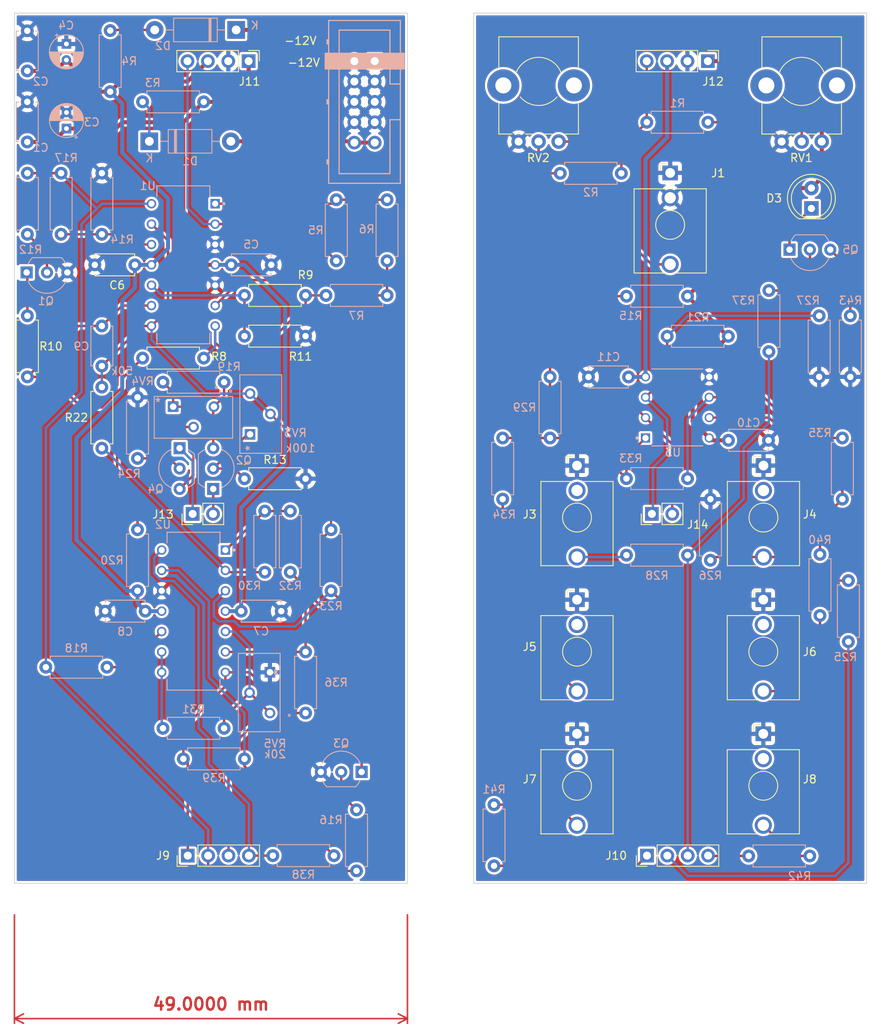
<source format=kicad_pcb>
(kicad_pcb (version 20221018) (generator pcbnew)
  (layers (0 "F.Cu" signal) (31 "B.Cu" power) (34 "B.Paste" user) (35 "F.Paste" user) (36 "B.SilkS" user "B.Silkscreen") (37 "F.SilkS" user "F.Silkscreen") (38 "B.Mask" user) (39 "F.Mask" user) (44 "Edge.Cuts" user))
  (net 0 "")
  (net 1 "GND")
  (net 2 "+12V")
  (net 3 "-12V")
  (net 4 "Net-(C9-Pad1)")
  (net 5 "/D+")
  (net 6 "/12+")
  (net 7 "/12-")
  (net 8 "/D-")
  (net 9 "Net-(D3-Pad1)")
  (net 10 "Net-(J1-PadT)")
  (net 11 "Tri2")
  (net 13 "Sqr2")
  (net 15 "U3_2_1")
  (net 17 "U3_3_1")
  (net 19 "Ramp Up2")
  (net 21 "Ramp Down1")
  (net 23 "Net-(Q1-Pad1)")
  (net 24 "Net-(Q1-Pad2)")
  (net 25 "U3_2_2")
  (net 26 "Net-(Q2-Pad2)")
  (net 27 "Net-(Q2-Pad3)")
  (net 28 "Net-(Q3-Pad1)")
  (net 29 "Net-(Q3-Pad2)")
  (net 30 "U3_3_2")
  (net 31 "Net-(Q4-Pad2)")
  (net 32 "Net-(Q4-Pad3)")
  (net 33 "Net-(Q5-Pad2)")
  (net 34 "Net-(Q5-Pad3)")
  (net 35 "Net-(R1-Pad1)")
  (net 36 "Net-(R5-Pad2)")
  (net 37 "Net-(R6-Pad2)")
  (net 38 "Net-(R7-Pad2)")
  (net 39 "Net-(R11-Pad2)")
  (net 40 "Net-(R14-Pad2)")
  (net 41 "Net-(R18-Pad1)")
  (net 42 "Net-(R20-Pad1)")
  (net 43 "Net-(R22-Pad1)")
  (net 44 "Net-(R30-Pad1)")
  (net 45 "Net-(R31-Pad1)")
  (net 46 "Net-(R31-Pad2)")
  (net 47 "Net-(R32-Pad1)")
  (net 48 "Net-(R33-Pad2)")
  (net 49 "Net-(R38-Pad2)")
  (net 50 "Tri1")
  (net 51 "Sqr1")
  (net 52 "Ramp Up1")
  (net 53 "+12VA")
  (net 54 "-12VA")
  (net 55 "/CV_Scale")
  (net 56 "Net-(J8-PadT)")
  (net 57 "Ramp Down2")
  (net 58 "Net-(J7-PadT)")
  (net 59 "Net-(J3-PadT)")
  (net 60 "Net-(J4-PadT)")
  (net 61 "Net-(J5-PadT)")
  (net 62 "Net-(J6-PadT)")
  (net 63 "RV2_1")
  (net 64 "RV2_2")
  (net 65 "Net-(R29-Pad2)")
  (net 66 "Net-(R35-Pad2)")
  (footprint "Capacitor_THT:C_Disc_D4.7mm_W2.5mm_P5.00mm" (layer "F.Cu") (at 187 71.12 180)
    (fp_text reference "C6")
    (fp_text value "0.1u")
  )
  (footprint "Connector_Audio:Jack_3.5mm_QingPu_WQP-PJ398SM_Vertical_CircularHoles" (layer "F.Cu") (at 265.369 96.15)
    (fp_text reference "J4")
    (fp_text value "SQR")
  )
  (footprint "Connector_Audio:Jack_3.5mm_QingPu_WQP-PJ398SM_Vertical_CircularHoles" (layer "F.Cu") (at 253.735 59.66)
    (fp_text reference "J1")
    (fp_text value "CV IN")
  )
  (footprint "Resistor_THT:R_Axial_DIN0207_L6.3mm_D2.5mm_P7.62mm_Horizontal" (layer "F.Cu") (at 195.58 82.75 180)
    (fp_text reference "R8")
    (fp_text value "100k")
  )
  (footprint "Custom_Footprints:Alpha_9mm_Potentiometer_Aligned" (layer "F.Cu") (at 237.335 48.25)
    (fp_text reference "RV2")
    (fp_text value "100K")
  )
  (footprint "Connector_PinHeader_2.54mm:PinHeader_1x02_P2.54mm_Vertical" (layer "F.Cu") (at 194.2 102.175 90)
    (fp_text reference "J13")
    (fp_text value "Conn_01x02")
  )
  (footprint "Connector_PinHeader_2.54mm:PinHeader_1x04_P2.54mm_Vertical" (layer "F.Cu") (at 201.18 45.72 -90)
    (fp_text reference "J11")
    (fp_text value "Conn_01x04")
  )
  (footprint "Resistor_THT:R_Axial_DIN0207_L6.3mm_D2.5mm_P7.62mm_Horizontal" (layer "F.Cu") (at 182.88 93.98 90)
    (fp_text reference "R22")
    (fp_text value "100k")
  )
  (footprint "Connector_Audio:Jack_3.5mm_QingPu_WQP-PJ398SM_Vertical_CircularHoles" (layer "F.Cu") (at 242.121 112.87)
    (fp_text reference "J5")
    (fp_text value "SINE")
  )
  (footprint "Connector_Audio:Jack_3.5mm_QingPu_WQP-PJ398SM_Vertical_CircularHoles" (layer "F.Cu") (at 265.349 129.59)
    (fp_text reference "J8")
    (fp_text value "RAMP DOWN")
  )
  (footprint "Connector_Audio:Jack_3.5mm_QingPu_WQP-PJ398SM_Vertical_CircularHoles" (layer "F.Cu") (at 242.121 129.59)
    (fp_text reference "J7")
    (fp_text value "RAMP UP")
  )
  (footprint "Connector_PinHeader_2.54mm:PinHeader_1x02_P2.54mm_Vertical" (layer "F.Cu") (at 251.455 102.175 90)
    (fp_text reference "J14")
    (fp_text value "Conn_01x02")
  )
  (footprint "Resistor_THT:R_Axial_DIN0207_L6.3mm_D2.5mm_P7.62mm_Horizontal" (layer "F.Cu") (at 200.66 97.79)
    (fp_text reference "R13")
    (fp_text value "470")
  )
  (footprint "Custom_Footprints:Alpha_9mm_Potentiometer_Aligned" (layer "F.Cu") (at 270.135 48.25)
    (fp_text reference "RV1")
    (fp_text value "100K")
  )
  (footprint "Connector_Audio:Jack_3.5mm_QingPu_WQP-PJ398SM_Vertical_CircularHoles" (layer "F.Cu") (at 265.349 112.87)
    (fp_text reference "J6")
    (fp_text value "COSINE")
  )
  (footprint "Connector_PinHeader_2.54mm:PinHeader_1x04_P2.54mm_Vertical" (layer "F.Cu") (at 258.435 45.72 -90)
    (fp_text reference "J12")
    (fp_text value "Conn_01x04")
  )
  (footprint "Connector_PinHeader_2.54mm:PinHeader_1x04_P2.54mm_Vertical" (layer "F.Cu") (at 193.59 144.78 90)
    (fp_text reference "J9")
    (fp_text value "Conn_01x04")
  )
  (footprint "Resistor_THT:R_Axial_DIN0207_L6.3mm_D2.5mm_P7.62mm_Horizontal" (layer "F.Cu") (at 173.595 77.47 -90)
    (fp_text reference "R10")
    (fp_text value "47k")
  )
  (footprint "Resistor_THT:R_Axial_DIN0207_L6.3mm_D2.5mm_P7.62mm_Horizontal" (layer "F.Cu") (at 208.28 80.01 180)
    (fp_text reference "R11")
    (fp_text value "47k")
  )
  (footprint "Connector_PinHeader_2.54mm:PinHeader_1x04_P2.54mm_Vertical" (layer "F.Cu") (at 250.845 144.78 90)
    (fp_text reference "J10")
    (fp_text value "Conn_01x04")
  )
  (footprint "Connector_Audio:Jack_3.5mm_QingPu_WQP-PJ398SM_Vertical_CircularHoles" (layer "F.Cu") (at 242.121 96.15)
    (fp_text reference "J3")
    (fp_text value "TRI")
  )
  (footprint "Resistor_THT:R_Axial_DIN0207_L6.3mm_D2.5mm_P7.62mm_Horizontal" (layer "F.Cu") (at 208.28 74.93 180)
    (fp_text reference "R9")
    (fp_text value "47k")
  )
  (footprint "LED_THT:LED_D5.0mm" (layer "F.Cu") (at 271.344666 64.090016 90)
    (fp_text reference "D3")
    (fp_text value "LED")
  )
  (footprint "Resistor_THT:R_Axial_DIN0207_L6.3mm_D2.5mm_P7.62mm_Horizontal" (layer "B.Cu") (at 255.905 75.03 180)
    (fp_text reference "R15")
    (fp_text value "10k")
  )
  (footprint "Capacitor_THT:C_Disc_D4.7mm_W2.5mm_P5.00mm" (layer "B.Cu") (at 173.58 50.8 -90)
    (fp_text reference "C1")
    (fp_text value "0.1u")
  )
  (footprint "Resistor_THT:R_Axial_DIN0207_L6.3mm_D2.5mm_P7.62mm_Horizontal" (layer "B.Cu") (at 198.12 128.905 180)
    (fp_text reference "R31")
    (fp_text value "50k")
  )
  (footprint "Capacitor_THT:CP_Radial_D4.0mm_P2.00mm" (layer "B.Cu") (at 178.4675 54.127662 90)
    (fp_text reference "C3")
    (fp_text value "47u")
  )
  (footprint "Custom_Footprints:Eurorack_10_pin_header" (layer "B.Cu") (at 216.9 45.72 -90)
    (fp_text reference "J2" hide)
    (fp_text value "Eurorack 10 DIP Header")
  )
  (footprint "TL072CPE4:DIP794W45P254L959H508Q8" (layer "B.Cu") (at 254.635 88.9)
    (fp_text reference "U3")
    (fp_text value "TL072CP")
  )
  (footprint "Custom_Footprints:3296Y-1-502LF" (layer "B.Cu") (at 191.77 88.8)
    (fp_text reference "RV4")
    (fp_text value "50k")
  )
  (footprint "Capacitor_THT:C_Disc_D4.7mm_W2.5mm_P5.00mm" (layer "B.Cu") (at 200.25 114.3)
    (fp_text reference "C7")
    (fp_text value "0.1u")
  )
  (footprint "Resistor_THT:R_Axial_DIN0207_L6.3mm_D2.5mm_P7.62mm_Horizontal" (layer "B.Cu") (at 204.2 144.78)
    (fp_text reference "R38")
    (fp_text value "10k")
  )
  (footprint "Package_TO_SOT_THT:TO-92_Inline_Wide" (layer "B.Cu") (at 268.61898 69.227196)
    (fp_text reference "Q5")
    (fp_text value "BC550")
  )
  (footprint "TL074CN:DIP794W45P254L1969H508Q14" (layer "B.Cu") (at 193.04 71.12 180)
    (fp_text reference "U1")
    (fp_text value "TL074CN")
  )
  (footprint "TL074CN:DIP794W45P254L1969H508Q14" (layer "B.Cu") (at 194.31 114.3 180)
    (fp_text reference "U2")
    (fp_text value "TL074CN")
  )
  (footprint "Resistor_THT:R_Axial_DIN0207_L6.3mm_D2.5mm_P7.62mm_Horizontal" (layer "B.Cu") (at 218.44 63 -90)
    (fp_text reference "R6")
    (fp_text value "100k")
  )
  (footprint "Resistor_THT:R_Axial_DIN0207_L6.3mm_D2.5mm_P7.62mm_Horizontal" (layer "B.Cu") (at 276.195 77.47 -90)
    (fp_text reference "R43")
    (fp_text value "560")
  )
  (footprint "Resistor_THT:R_Axial_DIN0207_L6.3mm_D2.5mm_P7.62mm_Horizontal" (layer "B.Cu") (at 193.04 132.715)
    (fp_text reference "R39")
    (fp_text value "10k")
  )
  (footprint "Resistor_THT:R_Axial_DIN0207_L6.3mm_D2.5mm_P7.62mm_Horizontal" (layer "B.Cu") (at 248.285 107.315)
    (fp_text reference "R28")
    (fp_text value "1k")
  )
  (footprint "Resistor_THT:R_Axial_DIN0207_L6.3mm_D2.5mm_P7.62mm_Horizontal" (layer "B.Cu") (at 173.595 59.69 -90)
    (fp_text reference "R12")
    (fp_text value "10k")
  )
  (footprint "Resistor_THT:R_Axial_DIN0207_L6.3mm_D2.5mm_P7.62mm_Horizontal" (layer "B.Cu") (at 258.445 53.34 180)
    (fp_text reference "R1")
    (fp_text value "100k")
  )
  (footprint "Package_TO_SOT_THT:TO-92_Inline_Wide" (layer "B.Cu") (at 215.265 134.345 180)
    (fp_text reference "Q3")
    (fp_text value "BC550")
  )
  (footprint "Resistor_THT:R_Axial_DIN0207_L6.3mm_D2.5mm_P7.62mm_Horizontal" (layer "B.Cu") (at 240.03 59.71)
    (fp_text reference "R2")
    (fp_text value "100k")
  )
  (footprint "Resistor_THT:R_Axial_DIN0207_L6.3mm_D2.5mm_P7.62mm_Horizontal" (layer "B.Cu") (at 218.44 74.93 180)
    (fp_text reference "R7")
    (fp_text value "100k")
  )
  (footprint "Resistor_THT:R_Axial_DIN0207_L6.3mm_D2.5mm_P7.62mm_Horizontal" (layer "B.Cu") (at 211.455 111.76 90)
    (fp_text reference "R23")
    (fp_text value "100k")
  )
  (footprint "Resistor_THT:R_Axial_DIN0207_L6.3mm_D2.5mm_P7.62mm_Horizontal" (layer "B.Cu") (at 272.315 77.47 -90)
    (fp_text reference "R27")
    (fp_text value "33k")
  )
  (footprint "Resistor_THT:R_Axial_DIN0207_L6.3mm_D2.5mm_P7.62mm_Horizontal" (layer "B.Cu") (at 187.325 104.14 -90)
    (fp_text reference "R20")
    (fp_text value "68k")
  )
  (footprint "Resistor_THT:R_Axial_DIN0207_L6.3mm_D2.5mm_P7.62mm_Horizontal" (layer "B.Cu") (at 187.325 95.25 90)
    (fp_text reference "R24")
    (fp_text value "470")
  )
  (footprint "Custom_Footprints:3296Y-1-502LF" (layer "B.Cu") (at 201.3585 92.2528 90)
    (fp_text reference "RV3")
    (fp_text value "100k")
  )
  (footprint "Package_TO_SOT_THT:TO-92_Inline_Wide" (layer "B.Cu") (at 196.765 99.06 90)
    (fp_text reference "Q2")
    (fp_text value "BC550")
  )
  (footprint "Capacitor_THT:CP_Radial_D4.0mm_P2.00mm" (layer "B.Cu") (at 178.4575 43.579213 -90)
    (fp_text reference "C4")
    (fp_text value "47u")
  )
  (footprint "Resistor_THT:R_Axial_DIN0207_L6.3mm_D2.5mm_P7.62mm_Horizontal" (layer "B.Cu") (at 182.88 59.69 -90)
    (fp_text reference "R14")
    (fp_text value "47k")
  )
  (footprint "Capacitor_THT:C_Disc_D4.7mm_W2.5mm_P5.00mm" (layer "B.Cu") (at 248.55 85.1 180)
    (fp_text reference "C11")
    (fp_text value "0.1u")
  )
  (footprint "Capacitor_THT:C_Disc_D4.7mm_W2.5mm_P5.00mm" (layer "B.Cu") (at 182.88 78.74 -90)
    (fp_text reference "C9")
    (fp_text value "0.1u")
  )
  (footprint "Capacitor_THT:C_Disc_D4.7mm_W2.5mm_P5.00mm" (layer "B.Cu") (at 199 71.12)
    (fp_text reference "C5")
    (fp_text value "0.1u")
  )
  (footprint "Resistor_THT:R_Axial_DIN0207_L6.3mm_D2.5mm_P7.62mm_Horizontal" (layer "B.Cu") (at 183.515 121.285 180)
    (fp_text reference "R18")
    (fp_text value "100k")
  )
  (footprint "Package_TO_SOT_THT:TO-92_Inline_Wide" (layer "B.Cu") (at 173.5 72.069055)
    (fp_text reference "Q1")
    (fp_text value "BC550")
  )
  (footprint "Resistor_THT:R_Axial_DIN0207_L6.3mm_D2.5mm_P7.62mm_Horizontal" (layer "B.Cu") (at 232.855 100.33 90)
    (fp_text reference "R34")
    (fp_text value "1k")
  )
  (footprint "Custom_Footprints:3296Y-1-502LF" (layer "B.Cu") (at 203.835 121.92 -90)
    (fp_text reference "RV5")
    (fp_text value "20k")
  )
  (footprint "Resistor_THT:R_Axial_DIN0207_L6.3mm_D2.5mm_P7.62mm_Horizontal" (layer "B.Cu") (at 190.5 85.75)
    (fp_text reference "R19")
    (fp_text value "220")
  )
  (footprint "Resistor_THT:R_Axial_DIN0207_L6.3mm_D2.5mm_P7.62mm_Horizontal" (layer "B.Cu") (at 238.76 85.09 -90)
    (fp_text reference "R29")
    (fp_text value "33k")
  )
  (footprint "Capacitor_THT:C_Disc_D4.7mm_W2.5mm_P5.00mm" (layer "B.Cu") (at 261 93)
    (fp_text reference "C10")
    (fp_text value "0.1u")
  )
  (footprint "Resistor_THT:R_Axial_DIN0207_L6.3mm_D2.5mm_P7.62mm_Horizontal" (layer "B.Cu") (at 260.985 80.03 180)
    (fp_text reference "R21")
    (fp_text value "10k")
  )
  (footprint "Capacitor_THT:C_Disc_D4.7mm_W2.5mm_P5.00mm" (layer "B.Cu") (at 173.58 46.94 90)
    (fp_text reference "C2")
    (fp_text value "0.1u")
  )
  (footprint "Resistor_THT:R_Axial_DIN0207_L6.3mm_D2.5mm_P7.62mm_Horizontal" (layer "B.Cu") (at 195.58 50.8 180)
    (fp_text reference "R3")
    (fp_text value "10")
  )
  (footprint "Resistor_THT:R_Axial_DIN0207_L6.3mm_D2.5mm_P7.62mm_Horizontal" (layer "B.Cu") (at 212.11 70.62 90)
    (fp_text reference "R5")
    (fp_text value "100k")
  )
  (footprint "Package_TO_SOT_THT:TO-92_Inline_Wide" (layer "B.Cu") (at 192.575 93.98 -90)
    (fp_text reference "Q4")
    (fp_text value "BC550")
  )
  (footprint "Resistor_THT:R_Axial_DIN0207_L6.3mm_D2.5mm_P7.62mm_Horizontal" (layer "B.Cu") (at 183.92 49.53 90)
    (fp_text reference "R4")
    (fp_text value "10")
  )
  (footprint "Resistor_THT:R_Axial_DIN0207_L6.3mm_D2.5mm_P7.62mm_Horizontal" (layer "B.Cu") (at 231.775 138.43 -90)
    (fp_text reference "R41")
    (fp_text value "1k")
  )
  (footprint "Diode_THT:D_DO-41_SOD81_P10.16mm_Horizontal" (layer "B.Cu") (at 199.6275 41.83 180)
    (fp_text reference "D2")
    (fp_text value "1N5819")
  )
  (footprint "Resistor_THT:R_Axial_DIN0207_L6.3mm_D2.5mm_P7.62mm_Horizontal" (layer "B.Cu") (at 208.28 127 90)
    (fp_text reference "R36")
    (fp_text value "10k")
  )
  (footprint "Diode_THT:D_DO-41_SOD81_P10.16mm_Horizontal" (layer "B.Cu") (at 188.8 55.72)
    (fp_text reference "D1")
    (fp_text value "1N5819")
  )
  (footprint "Resistor_THT:R_Axial_DIN0207_L6.3mm_D2.5mm_P7.62mm_Horizontal" (layer "B.Cu") (at 258.755 107.95 90)
    (fp_text reference "R26")
    (fp_text value "100k")
  )
  (footprint "Resistor_THT:R_Axial_DIN0207_L6.3mm_D2.5mm_P7.62mm_Horizontal" (layer "B.Cu") (at 266.045 74.32 -90)
    (fp_text reference "R37")
    (fp_text value "10k")
  )
  (footprint "Resistor_THT:R_Axial_DIN0207_L6.3mm_D2.5mm_P7.62mm_Horizontal" (layer "B.Cu") (at 214.63 139.065 -90)
    (fp_text reference "R16")
    (fp_text value "10k")
  )
  (footprint "Resistor_THT:R_Axial_DIN0207_L6.3mm_D2.5mm_P7.62mm_Horizontal" (layer "B.Cu") (at 272.415 114.84 90)
    (fp_text reference "R40")
    (fp_text value "1k")
  )
  (footprint "Resistor_THT:R_Axial_DIN0207_L6.3mm_D2.5mm_P7.62mm_Horizontal" (layer "B.Cu") (at 275.955 110.49 -90)
    (fp_text reference "R25")
    (fp_text value "100k")
  )
  (footprint "Resistor_THT:R_Axial_DIN0207_L6.3mm_D2.5mm_P7.62mm_Horizontal" (layer "B.Cu") (at 271.145 144.82 180)
    (fp_text reference "R42")
    (fp_text value "1k")
  )
  (footprint "Resistor_THT:R_Axial_DIN0207_L6.3mm_D2.5mm_P7.62mm_Horizontal" (layer "B.Cu") (at 203.2 101.82 -90)
    (fp_text reference "R30")
    (fp_text value "100k")
  )
  (footprint "Capacitor_THT:C_Disc_D4.7mm_W2.5mm_P5.00mm" (layer "B.Cu") (at 188.295 114.3 180)
    (fp_text reference "C8")
    (fp_text value "0.1u")
  )
  (footprint "Resistor_THT:R_Axial_DIN0207_L6.3mm_D2.5mm_P7.62mm_Horizontal" (layer "B.Cu") (at 275.205 92.71 -90)
    (fp_text reference "R35")
    (fp_text value "10k")
  )
  (footprint "Resistor_THT:R_Axial_DIN0207_L6.3mm_D2.5mm_P7.62mm_Horizontal" (layer "B.Cu") (at 177.8 59.69 -90)
    (fp_text reference "R17")
    (fp_text value "47k")
  )
  (footprint "Resistor_THT:R_Axial_DIN0207_L6.3mm_D2.5mm_P7.62mm_Horizontal" (layer "B.Cu") (at 248.285 97.77)
    (fp_text reference "R33")
    (fp_text value "10k")
  )
  (footprint "Resistor_THT:R_Axial_DIN0207_L6.3mm_D2.5mm_P7.62mm_Horizontal" (layer "B.Cu") (at 206.375 109.44 90)
    (fp_text reference "R32")
    (fp_text value "20k")
  )
  (gr_line (start 278.235 148.23) (end 278.235 39.73) (stroke (width 0.1)) (layer "Edge.Cuts"))
  (gr_line (start 171.98 148.23) (end 220.98 148.23) (stroke (width 0.1)) (layer "Edge.Cuts"))
  (gr_line (start 220.98 148.23) (end 220.98 39.73) (stroke (width 0.1)) (layer "Edge.Cuts"))
  (gr_line (start 171.98 148.23) (end 171.98 39.73) (stroke (width 0.1)) (layer "Edge.Cuts"))
  (gr_line (start 171.98 39.73) (end 220.98 39.73) (stroke (width 0.1)) (layer "Edge.Cuts"))
  (gr_line (start 229.235 148.23) (end 278.235 148.23) (stroke (width 0.1)) (layer "Edge.Cuts"))
  (gr_line (start 229.235 148.23) (end 229.235 39.73) (stroke (width 0.1)) (layer "Edge.Cuts"))
  (gr_line (start 229.235 39.73) (end 278.235 39.73) (stroke (width 0.1)) (layer "Edge.Cuts"))
  (gr_text "-12V" (at 208.06 45.9) (layer "F.SilkS") (effects (font (size 1 1))))
  (dimension (type aligned) (layer "F.Cu") (pts (xy 171.98 151.666) (xy 220.98 151.666)) (height 13.434) (gr_text "49.0000 mm" (at 196.48 163.3) (layer "F.Cu") (effects (font (size 1.5 1.5) (thickness 0.3)))) (format (prefix "") (suffix "") (units 3) (units_format 1) (precision 4)) (style (thickness 0.2) (arrow_length 1.27) (text_position_mode 0) (extension_height 0.58642) (extension_offset 0.5) keep_text_aligned))
  (segment (start 193.04 68.58) (end 195.58 71.12) (width 0.5) (layer "F.Cu") (net 2))
  (segment (start 195.58 71.12) (end 197.01 71.12) (width 0.5) (layer "F.Cu") (net 2))
  (segment (start 178.4675 54.127662) (end 184.632338 54.127662) (width 0.5) (layer "F.Cu") (net 2))
  (segment (start 193.04 53.34) (end 195.58 50.8) (width 0.5) (layer "F.Cu") (net 2))
  (segment (start 193.04 53.34) (end 193.04 68.58) (width 0.5) (layer "F.Cu") (net 2))
  (segment (start 198.12 50.8) (end 195.58 50.8) (width 0.5) (layer "F.Cu") (net 2))
  (segment (start 185.42 53.34) (end 193.04 53.34) (width 0.5) (layer "F.Cu") (net 2))
  (segment (start 201.18 45.72) (end 201.18 47.74) (width 0.5) (layer "F.Cu") (net 2))
  (segment (start 184.632338 54.127662) (end 185.42 53.34) (width 0.5) (layer "F.Cu") (net 2))
  (segment (start 176.795162 55.8) (end 178.4675 54.127662) (width 0.5) (layer "F.Cu") (net 2))
  (segment (start 173.58 55.8) (end 176.795162 55.8) (width 0.5) (layer "F.Cu") (net 2))
  (segment (start 201.18 47.74) (end 198.12 50.8) (width 0.5) (layer "F.Cu") (net 2))
  (segment (start 200.25 101.375) (end 200.25 114.3) (width 0.5) (layer "B.Cu") (net 2))
  (segment (start 197.01 71.12) (end 199 71.12) (width 0.5) (layer "B.Cu") (net 2))
  (segment (start 199 71.12) (end 200.66 71.12) (width 0.5) (layer "B.Cu") (net 2))
  (segment (start 198.28 114.3) (end 200.25 114.3) (width 0.5) (layer "B.Cu") (net 2))
  (segment (start 200.66 71.12) (end 205.74 76.2) (width 0.5) (layer "B.Cu") (net 2))
  (segment (start 205.74 76.2) (end 205.74 95.885) (width 0.5) (layer "B.Cu") (net 2))
  (segment (start 205.74 95.885) (end 200.25 101.375) (width 0.5) (layer "B.Cu") (net 2))
  (segment (start 185.19 48.26) (end 193.56 48.26) (width 0.5) (layer "F.Cu") (net 3))
  (segment (start 182.408287 49.53) (end 183.92 49.53) (width 0.5) (layer "F.Cu") (net 3))
  (segment (start 193.56 48.26) (end 196.1 45.72) (width 0.5) (layer "F.Cu") (net 3))
  (segment (start 173.58 46.94) (end 177.096713 46.94) (width 0.5) (layer "F.Cu") (net 3))
  (segment (start 183.92 49.53) (end 185.19 48.26) (width 0.5) (layer "F.Cu") (net 3))
  (segment (start 177.096713 46.94) (end 178.4575 45.579213) (width 0.5) (layer "F.Cu") (net 3))
  (segment (start 178.4575 45.579213) (end 182.408287 49.53) (width 0.5) (layer "F.Cu") (net 3))
  (segment (start 187 71.12) (end 189.07 71.12) (width 0.5) (layer "B.Cu") (net 3))
  (segment (start 179.705 105.41) (end 179.705 92.71) (width 0.5) (layer "B.Cu") (net 3))
  (segment (start 191.135 69.055) (end 189.07 71.12) (width 0.5) (layer "B.Cu") (net 3))
  (segment (start 191.135 62.865) (end 191.135 69.055) (width 0.5) (layer "B.Cu") (net 3))
  (segment (start 187.325 111.76) (end 186.055 111.76) (width 0.5) (layer "B.Cu") (net 3))
  (segment (start 185.42 86.995) (end 185.42 75.565) (width 0.5) (layer "B.Cu") (net 3))
  (segment (start 179.705 92.71) (end 185.42 86.995) (width 0.5) (layer "B.Cu") (net 3))
  (segment (start 190.34 114.3) (end 188.295 114.3) (width 0.5) (layer "B.Cu") (net 3))
  (segment (start 186.055 111.76) (end 179.705 105.41) (width 0.5) (layer "B.Cu") (net 3))
  (segment (start 183.92 49.53) (end 185.42 51.03) (width 0.5) (layer "B.Cu") (net 3))
  (segment (start 187 73.985) (end 187 71.12) (width 0.5) (layer "B.Cu") (net 3))
  (segment (start 185.42 75.565) (end 187 73.985) (width 0.5) (layer "B.Cu") (net 3))
  (segment (start 185.42 51.03) (end 185.42 57.15) (width 0.5) (layer "B.Cu") (net 3))
  (segment (start 187.325 111.76) (end 187.325 113.33) (width 0.5) (layer "B.Cu") (net 3))
  (segment (start 185.42 57.15) (end 191.135 62.865) (width 0.5) (layer "B.Cu") (net 3))
  (segment (start 187.325 113.33) (end 188.295 114.3) (width 0.5) (layer "B.Cu") (net 3))
  (segment (start 180.34 88.9) (end 176.53 85.09) (width 0.3) (layer "F.Cu") (net 4))
  (segment (start 179.945 78.74) (end 173.595 85.09) (width 0.3) (layer "F.Cu") (net 4))
  (segment (start 185.42 86.36) (end 182.88 88.9) (width 0.3) (layer "F.Cu") (net 4))
  (segment (start 189.07 76.2) (end 185.42 76.2) (width 0.3) (layer "F.Cu") (net 4))
  (segment (start 185.42 85.29) (end 185.42 86.36) (width 0.3) (layer "F.Cu") (net 4))
  (segment (start 185.42 76.2) (end 182.88 78.74) (width 0.3) (layer "F.Cu") (net 4))
  (segment (start 182.88 78.74) (end 179.945 78.74) (width 0.3) (layer "F.Cu") (net 4))
  (segment (start 182.88 88.9) (end 180.34 88.9) (width 0.3) (layer "F.Cu") (net 4))
  (segment (start 176.53 85.09) (end 173.595 85.09) (width 0.3) (layer "F.Cu") (net 4))
  (segment (start 187.96 82.75) (end 185.42 85.29) (width 0.3) (layer "F.Cu") (net 4))
  (segment (start 188.8 55.72) (end 188.8 51.64) (width 0.3) (layer "B.Cu") (net 5))
  (segment (start 188.8 51.64) (end 187.96 50.8) (width 0.3) (layer "B.Cu") (net 5))
  (segment (start 198.96 55.72) (end 214.2 55.72) (width 0.5) (layer "F.Cu") (net 6))
  (segment (start 214.36 55.88) (end 216.9 55.88) (width 0.5) (layer "F.Cu") (net 6))
  (segment (start 214.2 55.72) (end 214.36 55.88) (width 0.5) (layer "F.Cu") (net 6))
  (segment (start 216.9 45.72) (end 214.36 45.72) (width 0.5) (layer "F.Cu") (net 7))
  (segment (start 199.6275 41.83) (end 210.47 41.83) (width 0.5) (layer "F.Cu") (net 7))
  (segment (start 210.47 41.83) (end 214.36 45.72) (width 0.5) (layer "F.Cu") (net 7))
  (segment (start 184 41.83) (end 183.92 41.91) (width 0.3) (layer "F.Cu") (net 8))
  (segment (start 189.4675 41.83) (end 184 41.83) (width 0.3) (layer "F.Cu") (net 8))
  (segment (start 268.61898 69.227196) (end 268.61898 66.815702) (width 0.3) (layer "F.Cu") (net 9))
  (segment (start 268.61898 66.815702) (end 271.344666 64.090016) (width 0.3) (layer "F.Cu") (net 9))
  (segment (start 254.635 71.06) (end 251.4 71.06) (width 0.3) (layer "F.Cu") (net 10))
  (segment (start 251.4 71.06) (end 243.84 63.5) (width 0.3) (layer "F.Cu") (net 10))
  (segment (start 243.84 63.5) (end 243.84 58.42) (width 0.3) (layer "F.Cu") (net 10))
  (segment (start 241.17 55.75) (end 239.835 55.75) (width 0.3) (layer "F.Cu") (net 10))
  (segment (start 243.84 58.42) (end 241.17 55.75) (width 0.3) (layer "F.Cu") (net 10))
  (segment (start 255.925 144.78) (end 255.925 107.335) (width 0.3) (layer "B.Cu") (net 11))
  (segment (start 262.89 93.98) (end 266.045 90.825) (width 0.3) (layer "B.Cu") (net 11))
  (segment (start 255.905 107.315) (end 262.89 100.33) (width 0.3) (layer "B.Cu") (net 11))
  (segment (start 255.925 107.335) (end 255.905 107.315) (width 0.3) (layer "B.Cu") (net 11))
  (segment (start 266.045 90.825) (end 266.045 81.94) (width 0.3) (layer "B.Cu") (net 11))
  (segment (start 262.89 100.33) (end 262.89 93.98) (width 0.3) (layer "B.Cu") (net 11))
  (segment (start 275.955 118.11) (end 275.955 145.685) (width 0.3) (layer "B.Cu") (net 13))
  (segment (start 274.32 147.32) (end 255.925 147.32) (width 0.3) (layer "B.Cu") (net 13))
  (segment (start 275.955 145.685) (end 274.32 147.32) (width 0.3) (layer "B.Cu") (net 13))
  (segment (start 255.925 147.32) (end 253.385 144.78) (width 0.3) (layer "B.Cu") (net 13))
  (segment (start 196.765 99.06) (end 196.765 102.15) (width 0.3) (layer "F.Cu") (net 15))
  (segment (start 196.765 102.15) (end 196.74 102.175) (width 0.3) (layer "F.Cu") (net 15))
  (segment (start 192.575 93.98) (end 194.2 95.605) (width 0.3) (layer "B.Cu") (net 17))
  (segment (start 194.2 95.605) (end 194.2 102.175) (width 0.3) (layer "B.Cu") (net 17))
  (segment (start 231.775 146.05) (end 249.575 146.05) (width 0.3) (layer "F.Cu") (net 19))
  (segment (start 249.575 146.05) (end 250.845 144.78) (width 0.3) (layer "F.Cu") (net 19))
  (segment (start 204.2 144.78) (end 201.21 144.78) (width 0.3) (layer "F.Cu") (net 21))
  (segment (start 201.21 138.345) (end 196.215 133.35) (width 0.3) (layer "B.Cu") (net 21))
  (segment (start 190.323763 110.526053) (end 189.405 109.60729) (width 0.3) (layer "B.Cu") (net 21))
  (segment (start 196.215 130.175) (end 194.945 128.905) (width 0.3) (layer "B.Cu") (net 21))
  (segment (start 189.405 107.615) (end 190.34 106.68) (width 0.3) (layer "B.Cu") (net 21))
  (segment (start 201.21 144.78) (end 201.21 138.345) (width 0.3) (layer "B.Cu") (net 21))
  (segment (start 191.806053 110.526053) (end 190.323763 110.526053) (width 0.3) (layer "B.Cu") (net 21))
  (segment (start 189.405 109.60729) (end 189.405 107.615) (width 0.3) (layer "B.Cu") (net 21))
  (segment (start 196.215 133.35) (end 196.215 130.175) (width 0.3) (layer "B.Cu") (net 21))
  (segment (start 194.945 113.665) (end 191.806053 110.526053) (width 0.3) (layer "B.Cu") (net 21))
  (segment (start 194.945 128.905) (end 194.945 113.665) (width 0.3) (layer "B.Cu") (net 21))
  (segment (start 173.595 77.47) (end 173.595 72.164055) (width 0.3) (layer "F.Cu") (net 23))
  (segment (start 173.595 72.164055) (end 173.5 72.069055) (width 0.3) (layer "F.Cu") (net 23))
  (segment (start 176.04 69.755) (end 173.595 67.31) (width 0.3) (layer "F.Cu") (net 24))
  (segment (start 176.04 72.069055) (end 176.04 69.755) (width 0.3) (layer "F.Cu") (net 24))
  (segment (start 253.995 102.175) (end 253.995 93.5) (width 0.3) (layer "F.Cu") (net 25))
  (segment (start 253.995 93.5) (end 250.665 90.17) (width 0.3) (layer "F.Cu") (net 25))
  (segment (start 245.01 75.03) (end 248.285 75.03) (width 0.3) (layer "F.Cu") (net 25))
  (segment (start 238.76 81.28) (end 245.01 75.03) (width 0.3) (layer "F.Cu") (net 25))
  (segment (start 238.76 86.36) (end 238.76 85.09) (width 0.3) (layer "F.Cu") (net 25))
  (segment (start 249.395 88.9) (end 241.3 88.9) (width 0.3) (layer "F.Cu") (net 25))
  (segment (start 241.3 88.9) (end 238.76 86.36) (width 0.3) (layer "F.Cu") (net 25))
  (segment (start 238.76 85.09) (end 238.76 81.28) (width 0.3) (layer "F.Cu") (net 25))
  (segment (start 250.665 90.17) (end 249.395 88.9) (width 0.3) (layer "F.Cu") (net 25))
  (segment (start 196.765 96.52) (end 201.0322 92.2528) (width 0.3) (layer "F.Cu") (net 26))
  (segment (start 201.0322 92.2528) (end 201.3585 92.2528) (width 0.3) (layer "F.Cu") (net 26))
  (segment (start 196.765 96.52) (end 199.39 96.52) (width 0.3) (layer "F.Cu") (net 26))
  (segment (start 199.39 96.52) (end 200.66 97.79) (width 0.3) (layer "F.Cu") (net 26))
  (segment (start 196.765 88.885) (end 196.85 88.8) (width 0.3) (layer "F.Cu") (net 27))
  (segment (start 198.12 85.75) (end 198.12 87.53) (width 0.3) (layer "F.Cu") (net 27))
  (segment (start 198.12 87.53) (end 196.85 88.8) (width 0.3) (layer "F.Cu") (net 27))
  (segment (start 196.765 93.98) (end 196.765 88.885) (width 0.3) (layer "F.Cu") (net 27))
  (segment (start 215.265 115.57) (end 211.455 111.76) (width 0.3) (layer "F.Cu") (net 28))
  (segment (start 215.265 134.345) (end 215.265 115.57) (width 0.3) (layer "F.Cu") (net 28))
  (segment (start 211.455 111.76) (end 207.01 116.205) (width 0.3) (layer "B.Cu") (net 28))
  (segment (start 199.39 115.57) (end 197.485 115.57) (width 0.3) (layer "B.Cu") (net 28))
  (segment (start 197.485 115.57) (end 196.85 114.935) (width 0.3) (layer "B.Cu") (net 28))
  (segment (start 196.85 113.19) (end 198.28 111.76) (width 0.3) (layer "B.Cu") (net 28))
  (segment (start 196.85 114.935) (end 196.85 113.19) (width 0.3) (layer "B.Cu") (net 28))
  (segment (start 207.01 116.205) (end 200.025 116.205) (width 0.3) (layer "B.Cu") (net 28))
  (segment (start 200.025 116.205) (end 199.39 115.57) (width 0.3) (layer "B.Cu") (net 28))
  (segment (start 212.725 137.16) (end 212.725 134.345) (width 0.3) (layer "F.Cu") (net 29))
  (segment (start 214.63 139.065) (end 212.725 137.16) (width 0.3) (layer "F.Cu") (net 29))
  (segment (start 250.665 87.63) (end 253.365 84.93) (width 0.3) (layer "F.Cu") (net 30))
  (segment (start 253.365 84.93) (end 253.365 80.03) (width 0.3) (layer "F.Cu") (net 30))
  (segment (start 253.365 94.615) (end 253.365 90.33) (width 0.3) (layer "B.Cu") (net 30))
  (segment (start 251.58 96.4) (end 253.365 94.615) (width 0.3) (layer "B.Cu") (net 30))
  (segment (start 251.455 102.175) (end 251.58 102.05) (width 0.3) (layer "B.Cu") (net 30))
  (segment (start 251.58 102.05) (end 251.58 96.4) (width 0.3) (layer "B.Cu") (net 30))
  (segment (start 255.925 77.47) (end 253.365 80.03) (width 0.3) (layer "B.Cu") (net 30))
  (segment (start 272.315 77.47) (end 255.925 77.47) (width 0.3) (layer "B.Cu") (net 30))
  (segment (start 253.365 90.33) (end 250.665 87.63) (width 0.3) (layer "B.Cu") (net 30))
  (segment (start 191.305 95.25) (end 192.575 96.52) (width 0.3) (layer "F.Cu") (net 31))
  (segment (start 187.325 95.25) (end 191.305 95.25) (width 0.3) (layer "F.Cu") (net 31))
  (segment (start 195.58 89.535) (end 194.845 88.8) (width 0.3) (layer "F.Cu") (net 32))
  (segment (start 194.31 97.325) (end 194.31 93.98) (width 0.3) (layer "F.Cu") (net 32))
  (segment (start 192.575 99.06) (end 194.31 97.325) (width 0.3) (layer "F.Cu") (net 32))
  (segment (start 191.77 88.8) (end 191.77 87.02) (width 0.3) (layer "F.Cu") (net 32))
  (segment (start 195.58 92.71) (end 195.58 89.535) (width 0.3) (layer "F.Cu") (net 32))
  (segment (start 194.845 88.8) (end 191.77 88.8) (width 0.3) (layer "F.Cu") (net 32))
  (segment (start 194.31 93.98) (end 195.58 92.71) (width 0.3) (layer "F.Cu") (net 32))
  (segment (start 191.77 87.02) (end 190.5 85.75) (width 0.3) (layer "F.Cu") (net 32))
  (segment (start 271.15898 71.74102) (end 268.58 74.32) (width 0.3) (layer "F.Cu") (net 33))
  (segment (start 271.15898 69.227196) (end 271.15898 71.74102) (width 0.3) (layer "F.Cu") (net 33))
  (segment (start 268.58 74.32) (end 266.045 74.32) (width 0.3) (layer "F.Cu") (net 33))
  (segment (start 273.69898 69.227196) (end 276.195 71.723216) (width 0.3) (layer "F.Cu") (net 34))
  (segment (start 276.195 71.723216) (end 276.195 77.47) (width 0.3) (layer "F.Cu") (net 34))
  (segment (start 270.135 54.235) (end 270.135 55.75) (width 0.3) (layer "F.Cu") (net 35))
  (segment (start 269.24 53.34) (end 270.135 54.235) (width 0.3) (layer "F.Cu") (net 35))
  (segment (start 258.445 53.34) (end 269.24 53.34) (width 0.3) (layer "F.Cu") (net 35))
  (segment (start 211.61 63.5) (end 212.11 63) (width 0.3) (layer "F.Cu") (net 36))
  (segment (start 197.01 63.5) (end 211.61 63.5) (width 0.3) (layer "F.Cu") (net 36))
  (segment (start 212.11 63) (end 218.44 63) (width 0.3) (layer "F.Cu") (net 36))
  (segment (start 200.185 73.025) (end 197.01 76.2) (width 0.3) (layer "F.Cu") (net 37))
  (segment (start 217.17 74.93) (end 215.265 73.025) (width 0.3) (layer "F.Cu") (net 37))
  (segment (start 215.265 73.025) (end 200.185 73.025) (width 0.3) (layer "F.Cu") (net 37))
  (segment (start 218.44 74.93) (end 217.17 74.93) (width 0.3) (layer "F.Cu") (net 37))
  (segment (start 218.44 70.62) (end 218.44 74.93) (width 0.3) (layer "F.Cu") (net 37))
  (segment (start 208.28 74.93) (end 208.28 76.2) (width 0.3) (layer "F.Cu") (net 38))
  (segment (start 210.82 74.93) (end 208.28 74.93) (width 0.3) (layer "F.Cu") (net 38))
  (segment (start 197.01 80.805) (end 197.01 78.74) (width 0.3) (layer "F.Cu") (net 38))
  (segment (start 202.565 81.915) (end 198.12 81.915) (width 0.3) (layer "F.Cu") (net 38))
  (segment (start 198.12 81.915) (end 197.01 80.805) (width 0.3) (layer "F.Cu") (net 38))
  (segment (start 208.28 76.2) (end 202.565 81.915) (width 0.3) (layer "F.Cu") (net 38))
  (segment (start 195.58 82.75) (end 197.01 81.32) (width 0.3) (layer "B.Cu") (net 38))
  (segment (start 197.01 81.32) (end 197.01 78.74) (width 0.3) (layer "B.Cu") (net 38))
  (segment (start 200.66 80.01) (end 200.66 74.93) (width 0.3) (layer "F.Cu") (net 39))
  (segment (start 200.66 74.93) (end 190.34 74.93) (width 0.3) (layer "B.Cu") (net 39))
  (segment (start 190.34 74.93) (end 189.07 73.66) (width 0.3) (layer "B.Cu") (net 39))
  (segment (start 184.15 67.31) (end 185.42 68.58) (width 0.3) (layer "F.Cu") (net 40))
  (segment (start 177.8 67.31) (end 182.92 67.31) (width 0.3) (layer "F.Cu") (net 40))
  (segment (start 182.92 67.31) (end 184.15 67.31) (width 0.3) (layer "F.Cu") (net 40))
  (segment (start 185.42 68.58) (end 189.07 68.58) (width 0.3) (layer "F.Cu") (net 40))
  (segment (start 190.34 116.84) (end 185.895 121.285) (width 0.3) (layer "F.Cu") (net 41))
  (segment (start 185.895 121.285) (end 183.515 121.285) (width 0.3) (layer "F.Cu") (net 41))
  (segment (start 187.325 100.965) (end 187.325 104.14) (width 0.3) (layer "F.Cu") (net 42))
  (segment (start 184.785 94.615) (end 184.785 98.425) (width 0.3) (layer "F.Cu") (net 42))
  (segment (start 188.06 91.34) (end 187.96 91.44) (width 0.3) (layer "F.Cu") (net 42))
  (segment (start 184.785 98.425) (end 187.325 100.965) (width 0.3) (layer "F.Cu") (net 42))
  (segment (start 194.31 91.34) (end 188.06 91.34) (width 0.3) (layer "F.Cu") (net 42))
  (segment (start 187.96 91.44) (end 184.785 94.615) (width 0.3) (layer "F.Cu") (net 42))
  (segment (start 198.5 109.44) (end 198.28 109.22) (width 0.3) (layer "F.Cu") (net 43))
  (segment (start 203.2 109.44) (end 198.5 109.44) (width 0.3) (layer "F.Cu") (net 43))
  (segment (start 198.28 109.22) (end 183.04 93.98) (width 0.3) (layer "B.Cu") (net 43))
  (segment (start 183.04 93.98) (end 182.88 93.98) (width 0.3) (layer "B.Cu") (net 43))
  (segment (start 206.375 101.82) (end 203.2 101.82) (width 0.3) (layer "F.Cu") (net 44))
  (segment (start 198.34 106.68) (end 198.28 106.68) (width 0.3) (layer "F.Cu") (net 44))
  (segment (start 203.2 101.82) (end 198.34 106.68) (width 0.3) (layer "F.Cu") (net 44))
  (segment (start 201.295 124.46) (end 198.12 127.635) (width 0.3) (layer "F.Cu") (net 45))
  (segment (start 198.12 127.635) (end 198.12 128.905) (width 0.3) (layer "F.Cu") (net 45))
  (segment (start 203.835 127) (end 201.295 124.46) (width 0.3) (layer "F.Cu") (net 45))
  (segment (start 199.39 116.84) (end 198.28 116.84) (width 0.3) (layer "B.Cu") (net 45))
  (segment (start 201.295 118.745) (end 199.39 116.84) (width 0.3) (layer "B.Cu") (net 45))
  (segment (start 201.295 124.46) (end 201.295 118.745) (width 0.3) (layer "B.Cu") (net 45))
  (segment (start 190.34 128.745) (end 190.5 128.905) (width 0.3) (layer "B.Cu") (net 46))
  (segment (start 190.34 121.92) (end 190.34 128.745) (width 0.3) (layer "B.Cu") (net 46))
  (segment (start 190.34 119.38) (end 190.34 121.92) (width 0.3) (layer "B.Cu") (net 46))
  (segment (start 208.28 119.38) (end 208.28 111.345) (width 0.3) (layer "F.Cu") (net 47))
  (segment (start 208.28 111.345) (end 206.375 109.44) (width 0.3) (layer "F.Cu") (net 47))
  (segment (start 208.28 119.38) (end 198.28 119.38) (width 0.3) (layer "F.Cu") (net 47))
  (segment (start 270.51 92.71) (end 265.43 87.63) (width 0.3) (layer "F.Cu") (net 48))
  (segment (start 275.205 92.71) (end 270.51 92.71) (width 0.3) (layer "F.Cu") (net 48))
  (segment (start 265.43 87.63) (end 258.605 87.63) (width 0.3) (layer "F.Cu") (net 48))
  (segment (start 258.605 87.63) (end 255.905 90.33) (width 0.3) (layer "B.Cu") (net 48))
  (segment (start 255.905 90.33) (end 255.905 97.77) (width 0.3) (layer "B.Cu") (net 48))
  (segment (start 211.82 144.78) (end 200.66 133.62) (width 0.3) (layer "F.Cu") (net 49))
  (segment (start 200.66 133.62) (end 200.66 132.715) (width 0.3) (layer "F.Cu") (net 49))
  (segment (start 196.215 122.555) (end 196.215 113.03) (width 0.3) (layer "B.Cu") (net 49))
  (segment (start 200.66 127) (end 196.215 122.555) (width 0.3) (layer "B.Cu") (net 49))
  (segment (start 192.405 109.22) (end 190.34 109.22) (width 0.3) (layer "B.Cu") (net 49))
  (segment (start 200.66 132.715) (end 200.66 127) (width 0.3) (layer "B.Cu") (net 49))
  (segment (start 196.215 113.03) (end 192.405 109.22) (width 0.3) (layer "B.Cu") (net 49))
  (segment (start 209.55 113.03) (end 209.55 106.045) (width 0.3) (layer "F.Cu") (net 50))
  (segment (start 198.67 131.53) (end 198.67 144.78) (width 0.3) (layer "F.Cu") (net 50))
  (segment (start 191.135 76.675) (end 189.07 78.74) (width 0.3) (layer "F.Cu") (net 50))
  (segment (start 201.295 128.905) (end 212.09 128.905) (width 0.3) (layer "F.Cu") (net 50))
  (segment (start 211.455 97.2693) (end 203.8985 89.7128) (width 0.25) (layer "F.Cu") (net 50))
  (segment (start 212.09 128.905) (end 212.09 115.57) (width 0.3) (layer "F.Cu") (net 50))
  (segment (start 189.07 78.74) (end 187.88 78.74) (width 0.3) (layer "F.Cu") (net 50))
  (segment (start 191.135 68.105) (end 191.135 76.675) (width 0.3) (layer "F.Cu") (net 50))
  (segment (start 187.88 78.74) (end 182.88 83.74) (width 0.3) (layer "F.Cu") (net 50))
  (segment (start 201.295 128.905) (end 198.67 131.53) (width 0.3) (layer "F.Cu") (net 50))
  (segment (start 212.09 115.57) (end 209.55 113.03) (width 0.3) (layer "F.Cu") (net 50))
  (segment (start 211.455 104.14) (end 211.455 97.2693) (width 0.25) (layer "F.Cu") (net 50))
  (segment (start 189.07 66.04) (end 191.135 68.105) (width 0.3) (layer "F.Cu") (net 50))
  (segment (start 209.55 106.045) (end 211.455 104.14) (width 0.3) (layer "F.Cu") (net 50))
  (segment (start 195.7578 87.1728) (end 189.07 80.485) (width 0.3) (layer "B.Cu") (net 50))
  (segment (start 201.3585 87.1728) (end 203.8985 89.7128) (width 0.3) (layer "B.Cu") (net 50))
  (segment (start 201.3585 87.1728) (end 195.7578 87.1728) (width 0.3) (layer "B.Cu") (net 50))
  (segment (start 182.88 83.74) (end 182.88 86.36) (width 0.3) (layer "B.Cu") (net 50))
  (segment (start 189.07 80.485) (end 189.07 78.74) (width 0.3) (layer "B.Cu") (net 50))
  (segment (start 214.63 146.685) (end 196.85 146.685) (width 0.3) (layer "F.Cu") (net 51))
  (segment (start 173.595 59.69) (end 177.8 59.69) (width 0.3) (layer "F.Cu") (net 51))
  (segment (start 196.13 145.965) (end 196.13 144.78) (width 0.3) (layer "F.Cu") (net 51))
  (segment (start 196.85 146.685) (end 196.13 145.965) (width 0.3) (layer "F.Cu") (net 51))
  (segment (start 196.13 144.78) (end 196.13 141.52) (width 0.3) (layer "B.Cu") (net 51))
  (segment (start 177.8 59.69) (end 182.245 64.135) (width 0.3) (layer "B.Cu") (net 51))
  (segment (start 180.34 66.04) (end 180.34 86.995) (width 0.3) (layer "B.Cu") (net 51))
  (segment (start 182.88 63.5) (end 182.245 64.135) (width 0.3) (layer "B.Cu") (net 51))
  (segment (start 180.34 86.995) (end 175.895 91.44) (width 0.3) (layer "B.Cu") (net 51))
  (segment (start 182.245 64.135) (end 180.34 66.04) (width 0.3) (layer "B.Cu") (net 51))
  (segment (start 189.07 63.5) (end 182.88 63.5) (width 0.3) (layer "B.Cu") (net 51))
  (segment (start 196.13 141.52) (end 175.895 121.285) (width 0.3) (layer "B.Cu") (net 51))
  (segment (start 175.895 91.44) (end 175.895 121.285) (width 0.3) (layer "B.Cu") (net 51))
  (segment (start 193.59 144.78) (end 193.59 133.265) (width 0.3) (layer "F.Cu") (net 52))
  (segment (start 208.28 127) (end 206.375 127) (width 0.3) (layer "F.Cu") (net 52))
  (segment (start 206.375 127) (end 201.295 121.92) (width 0.3) (layer "F.Cu") (net 52))
  (segment (start 198.28 123.665) (end 198.28 121.92) (width 0.3) (layer "F.Cu") (net 52))
  (segment (start 193.59 133.265) (end 193.04 132.715) (width 0.3) (layer "F.Cu") (net 52))
  (segment (start 193.04 128.905) (end 198.28 123.665) (width 0.3) (layer "F.Cu") (net 52))
  (segment (start 193.04 132.715) (end 193.04 128.905) (width 0.3) (layer "F.Cu") (net 52))
  (segment (start 201.295 121.92) (end 198.28 121.92) (width 0.3) (layer "F.Cu") (net 52))
  (segment (start 261 93) (end 258.895 93) (width 0.5) (layer "F.Cu") (net 53))
  (segment (start 260.985 80.03) (end 256.54 84.475) (width 0.5) (layer "F.Cu") (net 53))
  (segment (start 260.905 80.03) (end 260.985 80.03) (width 0.5) (layer "F.Cu") (net 53))
  (segment (start 264.16 66.775) (end 264.16 66.04) (width 0.5) (layer "F.Cu") (net 53))
  (segment (start 258.895 93) (end 258.605 92.71) (width 0.5) (layer "F.Cu") (net 53))
  (segment (start 256.54 90.645) (end 258.605 92.71) (width 0.5) (layer "F.Cu") (net 53))
  (segment (start 255.905 75.03) (end 260.905 80.03) (width 0.5) (layer "F.Cu") (net 53))
  (segment (start 272.635 60.259682) (end 272.635 55.75) (width 0.5) (layer "F.Cu") (net 53))
  (segment (start 272.635 51.655) (end 272.635 55.75) (width 0.5) (layer "F.Cu") (net 53))
  (segment (start 258.435 45.72) (end 266.7 45.72) (width 0.5) (layer "F.Cu") (net 53))
  (segment (start 266.7 45.72) (end 272.635 51.655) (width 0.5) (layer "F.Cu") (net 53))
  (segment (start 255.905 75.03) (end 264.16 66.775) (width 0.5) (layer "F.Cu") (net 53))
  (segment (start 264.16 66.04) (end 268.649984 61.550016) (width 0.5) (layer "F.Cu") (net 53))
  (segment (start 268.649984 61.550016) (end 271.344666 61.550016) (width 0.5) (layer "F.Cu") (net 53))
  (segment (start 256.54 84.475) (end 256.54 90.645) (width 0.5) (layer "F.Cu") (net 53))
  (segment (start 271.344666 61.550016) (end 272.635 60.259682) (width 0.5) (layer "F.Cu") (net 53))
  (segment (start 250.665 57.945) (end 250.665 85.09) (width 0.5) (layer "B.Cu") (net 54))
  (segment (start 250.655 85.1) (end 250.665 85.09) (width 0.5) (layer "B.Cu") (net 54))
  (segment (start 248.55 85.1) (end 250.655 85.1) (width 0.5) (layer "B.Cu") (net 54))
  (segment (start 253.355 55.255) (end 250.665 57.945) (width 0.5) (layer "B.Cu") (net 54))
  (segment (start 253.355 45.72) (end 253.355 55.255) (width 0.5) (layer "B.Cu") (net 54))
  (segment (start 237.335 55.75) (end 237.335 59.535) (width 0.3) (layer "F.Cu") (net 55))
  (segment (start 240.03 59.71) (end 237.51 59.71) (width 0.3) (layer "F.Cu") (net 55))
  (segment (start 237.51 59.71) (end 237.335 59.535) (width 0.3) (layer "F.Cu") (net 55))
  (segment (start 269.179 144.82) (end 265.349 140.99) (width 0.3) (layer "F.Cu") (net 56))
  (segment (start 271.145 144.82) (end 269.179 144.82) (width 0.3) (layer "F.Cu") (net 56))
  (segment (start 258.505 144.82) (end 258.465 144.78) (width 0.3) (layer "F.Cu") (net 57))
  (segment (start 263.525 144.82) (end 258.505 144.82) (width 0.3) (layer "F.Cu") (net 57))
  (segment (start 242.121 140.99) (end 239.561 138.43) (width 0.3) (layer "F.Cu") (net 58))
  (segment (start 239.561 138.43) (end 231.775 138.43) (width 0.3) (layer "F.Cu") (net 58))
  (segment (start 248.05 107.55) (end 248.285 107.315) (width 0.3) (layer "B.Cu") (net 59))
  (segment (start 242.121 107.55) (end 248.05 107.55) (width 0.3) (layer "B.Cu") (net 59))
  (segment (start 265.369 107.55) (end 267.57 107.55) (width 0.3) (layer "F.Cu") (net 60))
  (segment (start 267.57 107.55) (end 270.51 110.49) (width 0.3) (layer "F.Cu") (net 60))
  (segment (start 265.369 107.55) (end 259.155 107.55) (width 0.3) (layer "F.Cu") (net 60))
  (segment (start 259.155 107.55) (end 258.755 107.95) (width 0.3) (layer "F.Cu") (net 60))
  (segment (start 270.51 110.49) (end 275.955 110.49) (width 0.3) (layer "F.Cu") (net 60))
  (segment (start 232.855 100.33) (end 232.855 115.004) (width 0.3) (layer "F.Cu") (net 61))
  (segment (start 232.855 115.004) (end 242.121 124.27) (width 0.3) (layer "F.Cu") (net 61))
  (segment (start 272.415 118.745) (end 272.415 114.84) (width 0.3) (layer "F.Cu") (net 62))
  (segment (start 265.349 124.27) (end 266.89 124.27) (width 0.3) (layer "F.Cu") (net 62))
  (segment (start 266.89 124.27) (end 272.415 118.745) (width 0.3) (layer "F.Cu") (net 62))
  (segment (start 197.01 66.04) (end 207.53 66.04) (width 0.3) (layer "F.Cu") (net 63))
  (segment (start 207.53 66.04) (end 212.11 70.62) (width 0.3) (layer "F.Cu") (net 63))
  (segment (start 197.01 66.04) (end 195.58 66.04) (width 0.3) (layer "B.Cu") (net 63))
  (segment (start 193.56 64.02) (end 193.56 45.72) (width 0.3) (layer "B.Cu") (net 63))
  (segment (start 195.58 66.04) (end 193.56 64.02) (width 0.3) (layer "B.Cu") (net 63))
  (segment (start 250.815 45.72) (end 250.815 53.33) (width 0.3) (layer "F.Cu") (net 64))
  (segment (start 247.65 56.515) (end 250.825 53.34) (width 0.3) (layer "F.Cu") (net 64))
  (segment (start 247.65 59.71) (end 247.65 56.515) (width 0.3) (layer "F.Cu") (net 64))
  (segment (start 250.815 53.33) (end 250.825 53.34) (width 0.3) (layer "F.Cu") (net 64))
  (segment (start 243.225 92.71) (end 248.285 97.77) (width 0.3) (layer "F.Cu") (net 65))
  (segment (start 232.855 92.71) (end 241.935 92.71) (width 0.3) (layer "F.Cu") (net 65))
  (segment (start 241.935 92.71) (end 243.225 92.71) (width 0.3) (layer "F.Cu") (net 65))
  (segment (start 248.285 97.77) (end 248.285 95.09) (width 0.3) (layer "F.Cu") (net 65))
  (segment (start 248.285 95.09) (end 250.665 92.71) (width 0.3) (layer "F.Cu") (net 65))
  (segment (start 275.205 99.31) (end 275.205 100.33) (width 0.3) (layer "F.Cu") (net 66))
  (segment (start 258.605 90.17) (end 266.065 90.17) (width 0.3) (layer "F.Cu") (net 66))
  (segment (start 272.415 107.22) (end 272.415 103.12) (width 0.3) (layer "F.Cu") (net 66))
  (segment (start 272.415 103.12) (end 275.205 100.33) (width 0.3) (layer "F.Cu") (net 66))
  (segment (start 266.065 90.17) (end 275.205 99.31) (width 0.3) (layer "F.Cu") (net 66))
  (zone (net 1) (net_name "GND") (layer "F.Cu") (connect_pads (clearance 0.3)) (min_thickness 0.254) (fill yes (thermal_gap 0.508) (thermal_bridge_width 0.508))
    (polygon (pts (xy 223.52 149.86) (xy 170.18 149.86) (xy 170.18 38.1) (xy 223.52 38.1)))
  )
  (zone (net 1) (net_name "GND") (layer "F.Cu") (connect_pads (clearance 0.3)) (min_thickness 0.254) (fill yes (thermal_gap 0.508) (thermal_bridge_width 0.508))
    (polygon (pts (xy 279.4 149.86) (xy 226.06 149.86) (xy 226.06 38.1) (xy 279.4 38.1)))
  )
  (zone (net 1) (net_name "GND") (layer "B.Cu") (connect_pads (clearance 0.3)) (min_thickness 0.254) (fill yes (thermal_gap 0.508) (thermal_bridge_width 0.508))
    (polygon (pts (xy 223.52 149.86) (xy 170.18 149.86) (xy 170.18 38.1) (xy 223.52 38.1)))
  )
  (zone (net 1) (net_name "GND") (layer "B.Cu") (connect_pads (clearance 0.3)) (min_thickness 0.254) (fill yes (thermal_gap 0.508) (thermal_bridge_width 0.508))
    (polygon (pts (xy 279.4 149.86) (xy 226.06 149.86) (xy 226.06 38.1) (xy 279.4 38.1)))
  )
)
</source>
